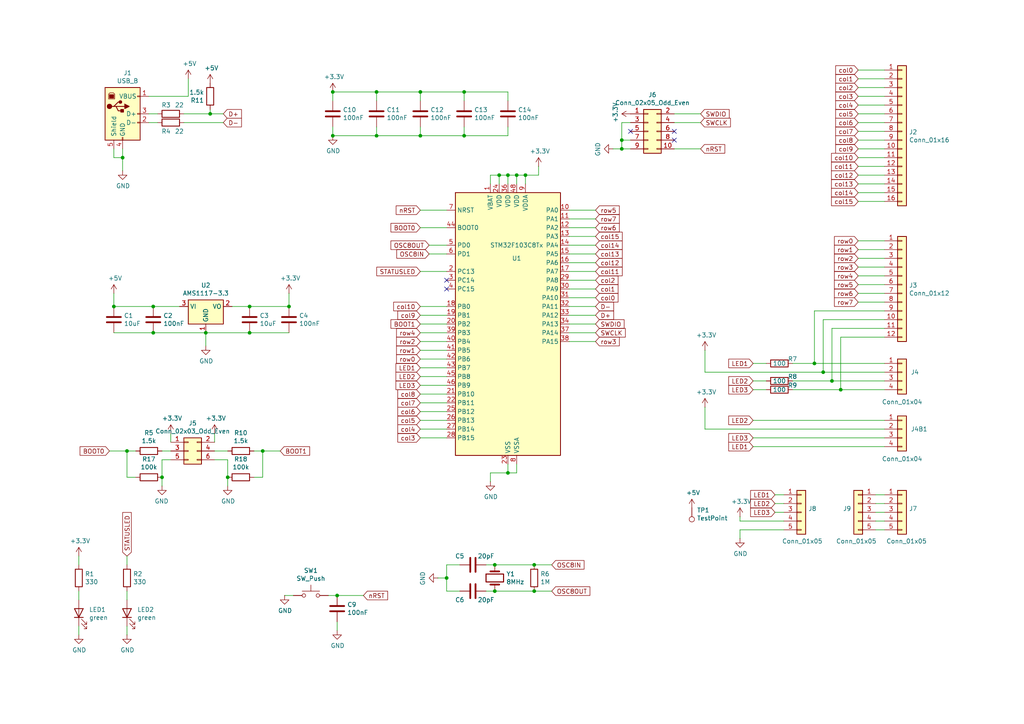
<source format=kicad_sch>
(kicad_sch (version 20231120) (generator "eeschema") (generator_version "8.0")
  (paper "A4")
  (title_block (title "Model H Remix") (date "2025-03-02") (rev "1.0"))
  (lib_symbols
    (symbol "Connector:TestPoint" (pin_numbers hide) (pin_names (offset 0.762) hide)
      (property "Reference" "TP" (at 0 6.858 0))
      (property "Value" "TestPoint" (at 0 5.08 0))
      (symbol "TestPoint_1_1"
        (pin passive line (at 0 0 90) (length 2.54) (name "1") (number "1"))
      )
    )
    (symbol "Connector:USB_B" (pin_names (offset 1.016))
      (property "Reference" "J" (at -5.08 11.43 0))
      (property "Value" "USB_B" (at -5.08 8.89 0))
      (symbol "USB_B_1_1"
        (pin power_out line (at 7.62 5.08 180) (length 2.54) (name "VBUS") (number "1"))
        (pin bidirectional line (at 7.62 -2.54 180) (length 2.54) (name "D-") (number "2"))
        (pin bidirectional line (at 7.62 0 180) (length 2.54) (name "D+") (number "3"))
        (pin power_out line (at 0 -10.16 90) (length 2.54) (name "GND") (number "4"))
        (pin passive line (at -2.54 -10.16 90) (length 2.54) (name "Shield") (number "5"))
      )
    )
    (symbol "Connector_Generic:Conn_01x04" (pin_names (offset 1.016) hide)
      (property "Reference" "J" (at 0 5.08 0))
      (property "Value" "Conn_01x04" (at 0 -7.62 0))
      (symbol "Conn_01x04_1_1"
        (pin passive line (at -5.08 2.54 0) (length 3.81) (name "Pin_1") (number "1"))
        (pin passive line (at -5.08 0 0) (length 3.81) (name "Pin_2") (number "2"))
        (pin passive line (at -5.08 -2.54 0) (length 3.81) (name "Pin_3") (number "3"))
        (pin passive line (at -5.08 -5.08 0) (length 3.81) (name "Pin_4") (number "4"))
      )
    )
    (symbol "Connector_Generic:Conn_01x05" (pin_names (offset 1.016) hide)
      (property "Reference" "J" (at 0 7.62 0))
      (property "Value" "Conn_01x05" (at 0 -7.62 0))
      (symbol "Conn_01x05_1_1"
        (pin passive line (at -5.08 5.08 0) (length 3.81) (name "Pin_1") (number "1"))
        (pin passive line (at -5.08 2.54 0) (length 3.81) (name "Pin_2") (number "2"))
        (pin passive line (at -5.08 0 0) (length 3.81) (name "Pin_3") (number "3"))
        (pin passive line (at -5.08 -2.54 0) (length 3.81) (name "Pin_4") (number "4"))
        (pin passive line (at -5.08 -5.08 0) (length 3.81) (name "Pin_5") (number "5"))
      )
    )
    (symbol "Connector_Generic:Conn_01x12" (pin_names (offset 1.016) hide)
      (property "Reference" "J" (at 0 15.24 0))
      (property "Value" "Conn_01x12" (at 0 -17.78 0))
      (symbol "Conn_01x12_1_1"
        (pin passive line (at -5.08 12.7 0) (length 3.81) (name "Pin_1") (number "1"))
        (pin passive line (at -5.08 -10.16 0) (length 3.81) (name "Pin_10") (number "10"))
        (pin passive line (at -5.08 -12.7 0) (length 3.81) (name "Pin_11") (number "11"))
        (pin passive line (at -5.08 -15.24 0) (length 3.81) (name "Pin_12") (number "12"))
        (pin passive line (at -5.08 10.16 0) (length 3.81) (name "Pin_2") (number "2"))
        (pin passive line (at -5.08 7.62 0) (length 3.81) (name "Pin_3") (number "3"))
        (pin passive line (at -5.08 5.08 0) (length 3.81) (name "Pin_4") (number "4"))
        (pin passive line (at -5.08 2.54 0) (length 3.81) (name "Pin_5") (number "5"))
        (pin passive line (at -5.08 0 0) (length 3.81) (name "Pin_6") (number "6"))
        (pin passive line (at -5.08 -2.54 0) (length 3.81) (name "Pin_7") (number "7"))
        (pin passive line (at -5.08 -5.08 0) (length 3.81) (name "Pin_8") (number "8"))
        (pin passive line (at -5.08 -7.62 0) (length 3.81) (name "Pin_9") (number "9"))
      )
    )
    (symbol "Connector_Generic:Conn_01x16" (pin_names (offset 1.016) hide)
      (property "Reference" "J" (at 0 20.32 0))
      (property "Value" "Conn_01x16" (at 0 -22.86 0))
      (symbol "Conn_01x16_1_1"
        (pin passive line (at -5.08 17.78 0) (length 3.81) (name "Pin_1") (number "1"))
        (pin passive line (at -5.08 -5.08 0) (length 3.81) (name "Pin_10") (number "10"))
        (pin passive line (at -5.08 -7.62 0) (length 3.81) (name "Pin_11") (number "11"))
        (pin passive line (at -5.08 -10.16 0) (length 3.81) (name "Pin_12") (number "12"))
        (pin passive line (at -5.08 -12.7 0) (length 3.81) (name "Pin_13") (number "13"))
        (pin passive line (at -5.08 -15.24 0) (length 3.81) (name "Pin_14") (number "14"))
        (pin passive line (at -5.08 -17.78 0) (length 3.81) (name "Pin_15") (number "15"))
        (pin passive line (at -5.08 -20.32 0) (length 3.81) (name "Pin_16") (number "16"))
        (pin passive line (at -5.08 15.24 0) (length 3.81) (name "Pin_2") (number "2"))
        (pin passive line (at -5.08 12.7 0) (length 3.81) (name "Pin_3") (number "3"))
        (pin passive line (at -5.08 10.16 0) (length 3.81) (name "Pin_4") (number "4"))
        (pin passive line (at -5.08 7.62 0) (length 3.81) (name "Pin_5") (number "5"))
        (pin passive line (at -5.08 5.08 0) (length 3.81) (name "Pin_6") (number "6"))
        (pin passive line (at -5.08 2.54 0) (length 3.81) (name "Pin_7") (number "7"))
        (pin passive line (at -5.08 0 0) (length 3.81) (name "Pin_8") (number "8"))
        (pin passive line (at -5.08 -2.54 0) (length 3.81) (name "Pin_9") (number "9"))
      )
    )
    (symbol "Connector_Generic:Conn_02x03_Odd_Even" (pin_names (offset 1.016) hide)
      (property "Reference" "J" (at 1.27 5.08 0))
      (property "Value" "Conn_02x03_Odd_Even" (at 1.27 -5.08 0))
      (symbol "Conn_02x03_Odd_Even_1_1"
        (pin passive line (at -5.08 2.54 0) (length 3.81) (name "Pin_1") (number "1"))
        (pin passive line (at 7.62 2.54 180) (length 3.81) (name "Pin_2") (number "2"))
        (pin passive line (at -5.08 0 0) (length 3.81) (name "Pin_3") (number "3"))
        (pin passive line (at 7.62 0 180) (length 3.81) (name "Pin_4") (number "4"))
        (pin passive line (at -5.08 -2.54 0) (length 3.81) (name "Pin_5") (number "5"))
        (pin passive line (at 7.62 -2.54 180) (length 3.81) (name "Pin_6") (number "6"))
      )
    )
    (symbol "Connector_Generic:Conn_02x05_Odd_Even" (pin_names (offset 1.016) hide)
      (property "Reference" "J" (at 1.27 7.62 0))
      (property "Value" "Conn_02x05_Odd_Even" (at 1.27 -7.62 0))
      (symbol "Conn_02x05_Odd_Even_1_1"
        (pin passive line (at -5.08 5.08 0) (length 3.81) (name "Pin_1") (number "1"))
        (pin passive line (at 7.62 -5.08 180) (length 3.81) (name "Pin_10") (number "10"))
        (pin passive line (at 7.62 5.08 180) (length 3.81) (name "Pin_2") (number "2"))
        (pin passive line (at -5.08 2.54 0) (length 3.81) (name "Pin_3") (number "3"))
        (pin passive line (at 7.62 2.54 180) (length 3.81) (name "Pin_4") (number "4"))
        (pin passive line (at -5.08 0 0) (length 3.81) (name "Pin_5") (number "5"))
        (pin passive line (at 7.62 0 180) (length 3.81) (name "Pin_6") (number "6"))
        (pin passive line (at -5.08 -2.54 0) (length 3.81) (name "Pin_7") (number "7"))
        (pin passive line (at 7.62 -2.54 180) (length 3.81) (name "Pin_8") (number "8"))
        (pin passive line (at -5.08 -5.08 0) (length 3.81) (name "Pin_9") (number "9"))
      )
    )
    (symbol "Device:C" (pin_numbers hide) (pin_names (offset 0.254))
      (property "Reference" "C" (at 0.635 2.54 0))
      (property "Value" "C" (at 0.635 -2.54 0))
      (symbol "C_1_1"
        (pin passive line (at 0 3.81 270) (length 2.794) (name "~") (number "1"))
        (pin passive line (at 0 -3.81 90) (length 2.794) (name "~") (number "2"))
      )
    )
    (symbol "Device:Crystal" (pin_numbers hide) (pin_names (offset 1.016) hide)
      (property "Reference" "Y" (at 0 3.81 0))
      (property "Value" "Crystal" (at 0 -3.81 0))
      (symbol "Crystal_1_1"
        (pin passive line (at -3.81 0 0) (length 1.27) (name "1") (number "1"))
        (pin passive line (at 3.81 0 180) (length 1.27) (name "2") (number "2"))
      )
    )
    (symbol "Device:LED" (pin_numbers hide) (pin_names (offset 1.016) hide)
      (property "Reference" "D" (at 0 2.54 0))
      (property "Value" "LED" (at 0 -2.54 0))
      (symbol "LED_1_1"
        (pin passive line (at -3.81 0 0) (length 2.54) (name "K") (number "1"))
        (pin passive line (at 3.81 0 180) (length 2.54) (name "A") (number "2"))
      )
    )
    (symbol "Device:R" (pin_numbers hide) (pin_names (offset 0))
      (property "Reference" "R" (at 2.032 0 90))
      (property "Value" "R" (at 0 0 90))
      (symbol "R_1_1"
        (pin passive line (at 0 3.81 270) (length 1.27) (name "~") (number "1"))
        (pin passive line (at 0 -3.81 90) (length 1.27) (name "~") (number "2"))
      )
    )
    (symbol "MCU_ST_STM32F1:STM32F103C8Tx"
      (property "Reference" "U" (at -15.24 39.37 0))
      (property "Value" "STM32F103C8Tx" (at 7.62 39.37 0))
      (symbol "STM32F103C8Tx_1_1"
        (pin power_in line (at -5.08 40.64 270) (length 2.54) (name "VBAT") (number "1"))
        (pin bidirectional line (at 17.78 33.02 180) (length 2.54) (name "PA0") (number "10"))
        (pin bidirectional line (at 17.78 30.48 180) (length 2.54) (name "PA1") (number "11"))
        (pin bidirectional line (at 17.78 27.94 180) (length 2.54) (name "PA2") (number "12"))
        (pin bidirectional line (at 17.78 25.4 180) (length 2.54) (name "PA3") (number "13"))
        (pin bidirectional line (at 17.78 22.86 180) (length 2.54) (name "PA4") (number "14"))
        (pin bidirectional line (at 17.78 20.32 180) (length 2.54) (name "PA5") (number "15"))
        (pin bidirectional line (at 17.78 17.78 180) (length 2.54) (name "PA6") (number "16"))
        (pin bidirectional line (at 17.78 15.24 180) (length 2.54) (name "PA7") (number "17"))
        (pin bidirectional line (at -17.78 5.08 0) (length 2.54) (name "PB0") (number "18"))
        (pin bidirectional line (at -17.78 2.54 0) (length 2.54) (name "PB1") (number "19"))
        (pin bidirectional line (at -17.78 15.24 0) (length 2.54) (name "PC13") (number "2"))
        (pin bidirectional line (at -17.78 0 0) (length 2.54) (name "PB2") (number "20"))
        (pin bidirectional line (at -17.78 -20.32 0) (length 2.54) (name "PB10") (number "21"))
        (pin bidirectional line (at -17.78 -22.86 0) (length 2.54) (name "PB11") (number "22"))
        (pin power_in line (at 0 -40.64 90) (length 2.54) (name "VSS") (number "23"))
        (pin power_in line (at -2.54 40.64 270) (length 2.54) (name "VDD") (number "24"))
        (pin bidirectional line (at -17.78 -25.4 0) (length 2.54) (name "PB12") (number "25"))
        (pin bidirectional line (at -17.78 -27.94 0) (length 2.54) (name "PB13") (number "26"))
        (pin bidirectional line (at -17.78 -30.48 0) (length 2.54) (name "PB14") (number "27"))
        (pin bidirectional line (at -17.78 -33.02 0) (length 2.54) (name "PB15") (number "28"))
        (pin bidirectional line (at 17.78 12.7 180) (length 2.54) (name "PA8") (number "29"))
        (pin bidirectional line (at -17.78 12.7 0) (length 2.54) (name "PC14") (number "3"))
        (pin bidirectional line (at 17.78 10.16 180) (length 2.54) (name "PA9") (number "30"))
        (pin bidirectional line (at 17.78 7.62 180) (length 2.54) (name "PA10") (number "31"))
        (pin bidirectional line (at 17.78 5.08 180) (length 2.54) (name "PA11") (number "32"))
        (pin bidirectional line (at 17.78 2.54 180) (length 2.54) (name "PA12") (number "33"))
        (pin bidirectional line (at 17.78 0 180) (length 2.54) (name "PA13") (number "34"))
        (pin passive line (at 0 -40.64 90) (length 2.54) hide (name "VSS") (number "35"))
        (pin power_in line (at 0 40.64 270) (length 2.54) (name "VDD") (number "36"))
        (pin bidirectional line (at 17.78 -2.54 180) (length 2.54) (name "PA14") (number "37"))
        (pin bidirectional line (at 17.78 -5.08 180) (length 2.54) (name "PA15") (number "38"))
        (pin bidirectional line (at -17.78 -2.54 0) (length 2.54) (name "PB3") (number "39"))
        (pin bidirectional line (at -17.78 10.16 0) (length 2.54) (name "PC15") (number "4"))
        (pin bidirectional line (at -17.78 -5.08 0) (length 2.54) (name "PB4") (number "40"))
        (pin bidirectional line (at -17.78 -7.62 0) (length 2.54) (name "PB5") (number "41"))
        (pin bidirectional line (at -17.78 -10.16 0) (length 2.54) (name "PB6") (number "42"))
        (pin bidirectional line (at -17.78 -12.7 0) (length 2.54) (name "PB7") (number "43"))
        (pin input line (at -17.78 27.94 0) (length 2.54) (name "BOOT0") (number "44"))
        (pin bidirectional line (at -17.78 -15.24 0) (length 2.54) (name "PB8") (number "45"))
        (pin bidirectional line (at -17.78 -17.78 0) (length 2.54) (name "PB9") (number "46"))
        (pin passive line (at 0 -40.64 90) (length 2.54) hide (name "VSS") (number "47"))
        (pin power_in line (at 2.54 40.64 270) (length 2.54) (name "VDD") (number "48"))
        (pin bidirectional line (at -17.78 22.86 0) (length 2.54) (name "PD0") (number "5"))
        (pin bidirectional line (at -17.78 20.32 0) (length 2.54) (name "PD1") (number "6"))
        (pin input line (at -17.78 33.02 0) (length 2.54) (name "NRST") (number "7"))
        (pin power_in line (at 2.54 -40.64 90) (length 2.54) (name "VSSA") (number "8"))
        (pin power_in line (at 5.08 40.64 270) (length 2.54) (name "VDDA") (number "9"))
      )
    )
    (symbol "Regulator_Linear:AMS1117-3.3"
      (property "Reference" "U" (at -3.81 3.175 0))
      (property "Value" "AMS1117-3.3" (at 0 3.175 0))
      (symbol "AMS1117-3.3_1_1"
        (pin power_in line (at 0 -7.62 90) (length 2.54) (name "GND") (number "1"))
        (pin power_out line (at 7.62 0 180) (length 2.54) (name "VO") (number "2"))
        (pin power_in line (at -7.62 0 0) (length 2.54) (name "VI") (number "3"))
      )
    )
    (symbol "Switch:SW_Push" (pin_numbers hide) (pin_names (offset 1.016) hide)
      (property "Reference" "SW" (at 1.27 2.54 0))
      (property "Value" "SW_Push" (at 0 -1.524 0))
      (symbol "SW_Push_0_1"
        (pin passive line (at -5.08 0 0) (length 2.54) (name "1") (number "1"))
        (pin passive line (at 5.08 0 180) (length 2.54) (name "2") (number "2"))
      )
    )
    (symbol "power:+3.3V" (power) (pin_numbers hide) (pin_names (offset 0) hide)
      (property "Value" "+3.3V" (at 0 3.556 0))
      (symbol "+3.3V_1_1"
        (pin power_in line (at 0 0 90) (length 0) (name "~") (number "1"))
      )
    )
    (symbol "power:+5V" (power) (pin_numbers hide) (pin_names (offset 0) hide)
      (property "Value" "+5V" (at 0 3.556 0))
      (symbol "+5V_1_1"
        (pin power_in line (at 0 0 90) (length 0) (name "~") (number "1"))
      )
    )
    (symbol "power:GND" (power) (pin_numbers hide) (pin_names (offset 0) hide)
      (property "Value" "GND" (at 0 -3.81 0))
      (symbol "GND_1_1"
        (pin power_in line (at 0 0 270) (length 0) (name "~") (number "1"))
      )
    )
  )
  (junction (at 96.52 26.67))
  (junction (at 33.02 88.9))
  (junction (at 134.62 26.67))
  (junction (at 121.92 26.67))
  (junction (at 97.79 172.72))
  (junction (at 36.83 130.81))
  (junction (at 35.56 45.72))
  (junction (at 143.51 171.45))
  (junction (at 143.51 163.83))
  (junction (at 154.94 171.45))
  (junction (at 44.45 96.52))
  (junction (at 46.99 138.43))
  (junction (at 243.84 113.03))
  (junction (at 147.32 137.16))
  (junction (at 44.45 88.9))
  (junction (at 149.86 50.8))
  (junction (at 83.82 88.9))
  (junction (at 241.3 110.49))
  (junction (at 72.39 88.9))
  (junction (at 66.04 138.43))
  (junction (at 180.34 43.18))
  (junction (at 147.32 50.8))
  (junction (at 59.69 96.52))
  (junction (at 144.78 50.8))
  (junction (at 134.62 39.37))
  (junction (at 72.39 96.52))
  (junction (at 109.22 26.67))
  (junction (at 121.92 39.37))
  (junction (at 96.52 39.37))
  (junction (at 238.76 107.95))
  (junction (at 152.4 50.8))
  (junction (at 129.54 167.64))
  (junction (at 180.34 40.64))
  (junction (at 60.96 33.02))
  (junction (at 76.2 130.81))
  (junction (at 236.22 105.41))
  (junction (at 109.22 39.37))
  (junction (at 154.94 163.83))
  (no_connect (at 129.54 83.82))
  (no_connect (at 129.54 81.28))
  (no_connect (at 195.58 40.64))
  (no_connect (at 195.58 38.1))
  (no_connect (at 182.88 38.1))
  (wire (pts (xy 46.99 140.97) (xy 46.99 138.43)))
  (wire (pts (xy 121.92 91.44) (xy 129.54 91.44)))
  (wire (pts (xy 165.1 76.2) (xy 172.72 76.2)))
  (wire (pts (xy 121.92 36.83) (xy 121.92 39.37)))
  (wire (pts (xy 241.3 95.25) (xy 241.3 110.49)))
  (wire (pts (xy 49.53 130.81) (xy 46.99 130.81)))
  (wire (pts (xy 121.92 39.37) (xy 109.22 39.37)))
  (wire (pts (xy 248.92 53.34) (xy 256.54 53.34)))
  (wire (pts (xy 22.86 163.83) (xy 22.86 161.29)))
  (wire (pts (xy 97.79 172.72) (xy 95.25 172.72)))
  (wire (pts (xy 256.54 35.56) (xy 248.92 35.56)))
  (wire (pts (xy 203.2 35.56) (xy 195.58 35.56)))
  (wire (pts (xy 165.1 71.12) (xy 172.72 71.12)))
  (wire (pts (xy 72.39 88.9) (xy 83.82 88.9)))
  (wire (pts (xy 172.72 60.96) (xy 165.1 60.96)))
  (wire (pts (xy 256.54 20.32) (xy 248.92 20.32)))
  (wire (pts (xy 134.62 36.83) (xy 134.62 39.37)))
  (wire (pts (xy 127 167.64) (xy 129.54 167.64)))
  (wire (pts (xy 256.54 153.67) (xy 254 153.67)))
  (wire (pts (xy 165.1 86.36) (xy 172.72 86.36)))
  (wire (pts (xy 64.77 33.02) (xy 60.96 33.02)))
  (wire (pts (xy 256.54 80.01) (xy 248.92 80.01)))
  (wire (pts (xy 121.92 101.6) (xy 129.54 101.6)))
  (wire (pts (xy 149.86 137.16) (xy 147.32 137.16)))
  (wire (pts (xy 180.34 40.64) (xy 180.34 43.18)))
  (wire (pts (xy 62.23 130.81) (xy 66.04 130.81)))
  (wire (pts (xy 248.92 38.1) (xy 256.54 38.1)))
  (wire (pts (xy 124.46 71.12) (xy 129.54 71.12)))
  (wire (pts (xy 144.78 50.8) (xy 147.32 50.8)))
  (wire (pts (xy 248.92 27.94) (xy 256.54 27.94)))
  (wire (pts (xy 152.4 50.8) (xy 156.21 50.8)))
  (wire (pts (xy 129.54 104.14) (xy 121.92 104.14)))
  (wire (pts (xy 67.31 88.9) (xy 72.39 88.9)))
  (wire (pts (xy 243.84 113.03) (xy 256.54 113.03)))
  (wire (pts (xy 218.44 113.03) (xy 222.25 113.03)))
  (wire (pts (xy 241.3 110.49) (xy 256.54 110.49)))
  (wire (pts (xy 160.02 163.83) (xy 154.94 163.83)))
  (wire (pts (xy 147.32 26.67) (xy 134.62 26.67)))
  (wire (pts (xy 256.54 69.85) (xy 248.92 69.85)))
  (wire (pts (xy 149.86 50.8) (xy 149.86 53.34)))
  (wire (pts (xy 256.54 25.4) (xy 248.92 25.4)))
  (wire (pts (xy 96.52 39.37) (xy 96.52 36.83)))
  (wire (pts (xy 147.32 134.62) (xy 147.32 137.16)))
  (wire (pts (xy 214.63 153.67) (xy 227.33 153.67)))
  (wire (pts (xy 204.47 124.46) (xy 256.54 124.46)))
  (wire (pts (xy 160.02 171.45) (xy 154.94 171.45)))
  (wire (pts (xy 97.79 182.88) (xy 97.79 180.34)))
  (wire (pts (xy 218.44 110.49) (xy 222.25 110.49)))
  (wire (pts (xy 109.22 36.83) (xy 109.22 39.37)))
  (wire (pts (xy 195.58 43.18) (xy 203.2 43.18)))
  (wire (pts (xy 129.54 171.45) (xy 133.35 171.45)))
  (wire (pts (xy 165.1 63.5) (xy 172.72 63.5)))
  (wire (pts (xy 256.54 40.64) (xy 248.92 40.64)))
  (wire (pts (xy 36.83 130.81) (xy 31.75 130.81)))
  (wire (pts (xy 172.72 83.82) (xy 165.1 83.82)))
  (wire (pts (xy 39.37 130.81) (xy 36.83 130.81)))
  (wire (pts (xy 256.54 45.72) (xy 248.92 45.72)))
  (wire (pts (xy 121.92 121.92) (xy 129.54 121.92)))
  (wire (pts (xy 165.1 81.28) (xy 172.72 81.28)))
  (wire (pts (xy 218.44 129.54) (xy 256.54 129.54)))
  (wire (pts (xy 52.07 88.9) (xy 44.45 88.9)))
  (wire (pts (xy 243.84 97.79) (xy 256.54 97.79)))
  (wire (pts (xy 129.54 93.98) (xy 121.92 93.98)))
  (wire (pts (xy 243.84 97.79) (xy 243.84 113.03)))
  (wire (pts (xy 85.09 172.72) (xy 82.55 172.72)))
  (wire (pts (xy 204.47 118.11) (xy 204.47 124.46)))
  (wire (pts (xy 236.22 90.17) (xy 256.54 90.17)))
  (wire (pts (xy 73.66 130.81) (xy 76.2 130.81)))
  (wire (pts (xy 96.52 26.67) (xy 96.52 29.21)))
  (wire (pts (xy 218.44 127) (xy 256.54 127)))
  (wire (pts (xy 165.1 68.58) (xy 172.72 68.58)))
  (wire (pts (xy 236.22 90.17) (xy 236.22 105.41)))
  (wire (pts (xy 172.72 99.06) (xy 165.1 99.06)))
  (wire (pts (xy 109.22 26.67) (xy 109.22 29.21)))
  (wire (pts (xy 248.92 33.02) (xy 256.54 33.02)))
  (wire (pts (xy 256.54 50.8) (xy 248.92 50.8)))
  (wire (pts (xy 227.33 143.51) (xy 224.79 143.51)))
  (wire (pts (xy 43.18 33.02) (xy 45.72 33.02)))
  (wire (pts (xy 59.69 96.52) (xy 72.39 96.52)))
  (wire (pts (xy 256.54 74.93) (xy 248.92 74.93)))
  (wire (pts (xy 124.46 73.66) (xy 129.54 73.66)))
  (wire (pts (xy 129.54 78.74) (xy 121.92 78.74)))
  (wire (pts (xy 129.54 99.06) (xy 121.92 99.06)))
  (wire (pts (xy 182.88 40.64) (xy 180.34 40.64)))
  (wire (pts (xy 256.54 30.48) (xy 248.92 30.48)))
  (wire (pts (xy 134.62 29.21) (xy 134.62 26.67)))
  (wire (pts (xy 121.92 111.76) (xy 129.54 111.76)))
  (wire (pts (xy 142.24 137.16) (xy 147.32 137.16)))
  (wire (pts (xy 256.54 55.88) (xy 248.92 55.88)))
  (wire (pts (xy 121.92 127) (xy 129.54 127)))
  (wire (pts (xy 147.32 36.83) (xy 147.32 39.37)))
  (wire (pts (xy 229.87 110.49) (xy 241.3 110.49)))
  (wire (pts (xy 156.21 50.8) (xy 156.21 48.26)))
  (wire (pts (xy 147.32 39.37) (xy 134.62 39.37)))
  (wire (pts (xy 36.83 184.15) (xy 36.83 181.61)))
  (wire (pts (xy 142.24 50.8) (xy 144.78 50.8)))
  (wire (pts (xy 182.88 35.56) (xy 180.34 35.56)))
  (wire (pts (xy 129.54 163.83) (xy 129.54 167.64)))
  (wire (pts (xy 238.76 92.71) (xy 256.54 92.71)))
  (wire (pts (xy 33.02 88.9) (xy 44.45 88.9)))
  (wire (pts (xy 172.72 96.52) (xy 165.1 96.52)))
  (wire (pts (xy 39.37 138.43) (xy 36.83 138.43)))
  (wire (pts (xy 54.61 27.94) (xy 54.61 22.86)))
  (wire (pts (xy 36.83 173.99) (xy 36.83 171.45)))
  (wire (pts (xy 152.4 50.8) (xy 152.4 53.34)))
  (wire (pts (xy 59.69 100.33) (xy 59.69 96.52)))
  (wire (pts (xy 147.32 50.8) (xy 149.86 50.8)))
  (wire (pts (xy 214.63 153.67) (xy 214.63 156.21)))
  (wire (pts (xy 147.32 29.21) (xy 147.32 26.67)))
  (wire (pts (xy 129.54 109.22) (xy 121.92 109.22)))
  (wire (pts (xy 227.33 146.05) (xy 224.79 146.05)))
  (wire (pts (xy 154.94 163.83) (xy 143.51 163.83)))
  (wire (pts (xy 129.54 60.96) (xy 121.92 60.96)))
  (wire (pts (xy 121.92 106.68) (xy 129.54 106.68)))
  (wire (pts (xy 154.94 171.45) (xy 143.51 171.45)))
  (wire (pts (xy 66.04 140.97) (xy 66.04 138.43)))
  (wire (pts (xy 218.44 121.92) (xy 256.54 121.92)))
  (wire (pts (xy 134.62 26.67) (xy 121.92 26.67)))
  (wire (pts (xy 214.63 151.13) (xy 227.33 151.13)))
  (wire (pts (xy 172.72 66.04) (xy 165.1 66.04)))
  (wire (pts (xy 238.76 107.95) (xy 256.54 107.95)))
  (wire (pts (xy 60.96 33.02) (xy 60.96 31.75)))
  (wire (pts (xy 172.72 73.66) (xy 165.1 73.66)))
  (wire (pts (xy 49.53 128.27) (xy 49.53 125.73)))
  (wire (pts (xy 105.41 172.72) (xy 97.79 172.72)))
  (wire (pts (xy 44.45 96.52) (xy 33.02 96.52)))
  (wire (pts (xy 214.63 151.13) (xy 214.63 149.86)))
  (wire (pts (xy 204.47 107.95) (xy 238.76 107.95)))
  (wire (pts (xy 129.54 124.46) (xy 121.92 124.46)))
  (wire (pts (xy 182.88 43.18) (xy 180.34 43.18)))
  (wire (pts (xy 248.92 58.42) (xy 256.54 58.42)))
  (wire (pts (xy 229.87 105.41) (xy 236.22 105.41)))
  (wire (pts (xy 165.1 91.44) (xy 172.72 91.44)))
  (wire (pts (xy 62.23 128.27) (xy 62.23 125.73)))
  (wire (pts (xy 248.92 82.55) (xy 256.54 82.55)))
  (wire (pts (xy 229.87 113.03) (xy 243.84 113.03)))
  (wire (pts (xy 36.83 163.83) (xy 36.83 161.29)))
  (wire (pts (xy 238.76 92.71) (xy 238.76 107.95)))
  (wire (pts (xy 109.22 26.67) (xy 96.52 26.67)))
  (wire (pts (xy 121.92 116.84) (xy 129.54 116.84)))
  (wire (pts (xy 73.66 138.43) (xy 76.2 138.43)))
  (wire (pts (xy 129.54 114.3) (xy 121.92 114.3)))
  (wire (pts (xy 149.86 50.8) (xy 152.4 50.8)))
  (wire (pts (xy 43.18 27.94) (xy 54.61 27.94)))
  (wire (pts (xy 83.82 88.9) (xy 83.82 85.09)))
  (wire (pts (xy 134.62 39.37) (xy 121.92 39.37)))
  (wire (pts (xy 129.54 66.04) (xy 121.92 66.04)))
  (wire (pts (xy 180.34 35.56) (xy 180.34 40.64)))
  (wire (pts (xy 195.58 33.02) (xy 203.2 33.02)))
  (wire (pts (xy 46.99 133.35) (xy 49.53 133.35)))
  (wire (pts (xy 142.24 50.8) (xy 142.24 53.34)))
  (wire (pts (xy 241.3 95.25) (xy 256.54 95.25)))
  (wire (pts (xy 256.54 143.51) (xy 254 143.51)))
  (wire (pts (xy 142.24 137.16) (xy 142.24 139.7)))
  (wire (pts (xy 180.34 43.18) (xy 177.8 43.18)))
  (wire (pts (xy 256.54 146.05) (xy 254 146.05)))
  (wire (pts (xy 129.54 96.52) (xy 121.92 96.52)))
  (wire (pts (xy 165.1 93.98) (xy 172.72 93.98)))
  (wire (pts (xy 254 148.59) (xy 256.54 148.59)))
  (wire (pts (xy 144.78 50.8) (xy 144.78 53.34)))
  (wire (pts (xy 140.97 171.45) (xy 143.51 171.45)))
  (wire (pts (xy 172.72 78.74) (xy 165.1 78.74)))
  (wire (pts (xy 109.22 39.37) (xy 96.52 39.37)))
  (wire (pts (xy 248.92 72.39) (xy 256.54 72.39)))
  (wire (pts (xy 256.54 151.13) (xy 254 151.13)))
  (wire (pts (xy 248.92 43.18) (xy 256.54 43.18)))
  (wire (pts (xy 64.77 35.56) (xy 53.34 35.56)))
  (wire (pts (xy 35.56 45.72) (xy 35.56 43.18)))
  (wire (pts (xy 218.44 105.41) (xy 222.25 105.41)))
  (wire (pts (xy 121.92 26.67) (xy 109.22 26.67)))
  (wire (pts (xy 236.22 105.41) (xy 256.54 105.41)))
  (wire (pts (xy 76.2 130.81) (xy 81.28 130.81)))
  (wire (pts (xy 35.56 49.53) (xy 35.56 45.72)))
  (wire (pts (xy 129.54 119.38) (xy 121.92 119.38)))
  (wire (pts (xy 22.86 173.99) (xy 22.86 171.45)))
  (wire (pts (xy 76.2 138.43) (xy 76.2 130.81)))
  (wire (pts (xy 43.18 35.56) (xy 45.72 35.56)))
  (wire (pts (xy 248.92 48.26) (xy 256.54 48.26)))
  (wire (pts (xy 83.82 96.52) (xy 72.39 96.52)))
  (wire (pts (xy 46.99 138.43) (xy 46.99 133.35)))
  (wire (pts (xy 224.79 148.59) (xy 227.33 148.59)))
  (wire (pts (xy 36.83 138.43) (xy 36.83 130.81)))
  (wire (pts (xy 147.32 50.8) (xy 147.32 53.34)))
  (wire (pts (xy 33.02 88.9) (xy 33.02 85.09)))
  (wire (pts (xy 248.92 87.63) (xy 256.54 87.63)))
  (wire (pts (xy 66.04 133.35) (xy 66.04 138.43)))
  (wire (pts (xy 59.69 96.52) (xy 44.45 96.52)))
  (wire (pts (xy 149.86 134.62) (xy 149.86 137.16)))
  (wire (pts (xy 256.54 85.09) (xy 248.92 85.09)))
  (wire (pts (xy 248.92 22.86) (xy 256.54 22.86)))
  (wire (pts (xy 133.35 163.83) (xy 129.54 163.83)))
  (wire (pts (xy 248.92 77.47) (xy 256.54 77.47)))
  (wire (pts (xy 129.54 167.64) (xy 129.54 171.45)))
  (wire (pts (xy 129.54 88.9) (xy 121.92 88.9)))
  (wire (pts (xy 33.02 43.18) (xy 33.02 45.72)))
  (wire (pts (xy 140.97 163.83) (xy 143.51 163.83)))
  (wire (pts (xy 172.72 88.9) (xy 165.1 88.9)))
  (wire (pts (xy 62.23 133.35) (xy 66.04 133.35)))
  (wire (pts (xy 33.02 45.72) (xy 35.56 45.72)))
  (wire (pts (xy 204.47 101.6) (xy 204.47 107.95)))
  (wire (pts (xy 22.86 184.15) (xy 22.86 181.61)))
  (wire (pts (xy 60.96 33.02) (xy 53.34 33.02)))
  (wire (pts (xy 121.92 29.21) (xy 121.92 26.67)))
  (global_label "row1" (shape input) (at 248.92 72.39 180) (property "Intersheetrefs" "${INTERSHEET_REFS}" (effects (hide yes))))
  (global_label "col11" (shape input) (at 172.72 78.74 0) (property "Intersheetrefs" "${INTERSHEET_REFS}" (effects (hide yes))))
  (global_label "col10" (shape input) (at 121.92 88.9 180) (property "Intersheetrefs" "${INTERSHEET_REFS}" (effects (hide yes))))
  (global_label "row0" (shape input) (at 121.92 104.14 180) (property "Intersheetrefs" "${INTERSHEET_REFS}" (effects (hide yes))))
  (global_label "col0" (shape input) (at 172.72 86.36 0) (property "Intersheetrefs" "${INTERSHEET_REFS}" (effects (hide yes))))
  (global_label "LED1" (shape input) (at 224.79 143.51 180) (property "Intersheetrefs" "${INTERSHEET_REFS}" (effects (hide yes))))
  (global_label "BOOT1" (shape input) (at 81.28 130.81 0) (property "Intersheetrefs" "${INTERSHEET_REFS}" (effects (hide yes))))
  (global_label "row0" (shape input) (at 248.92 69.85 180) (property "Intersheetrefs" "${INTERSHEET_REFS}" (effects (hide yes))))
  (global_label "SWDIO" (shape input) (at 172.72 93.98 0) (property "Intersheetrefs" "${INTERSHEET_REFS}" (effects (hide yes))))
  (global_label "col7" (shape input) (at 248.92 38.1 180) (property "Intersheetrefs" "${INTERSHEET_REFS}" (effects (hide yes))))
  (global_label "col12" (shape input) (at 248.92 50.8 180) (property "Intersheetrefs" "${INTERSHEET_REFS}" (effects (hide yes))))
  (global_label "LED3" (shape input) (at 224.79 148.59 180) (property "Intersheetrefs" "${INTERSHEET_REFS}" (effects (hide yes))))
  (global_label "col0" (shape input) (at 248.92 20.32 180) (property "Intersheetrefs" "${INTERSHEET_REFS}" (effects (hide yes))))
  (global_label "col2" (shape input) (at 248.92 25.4 180) (property "Intersheetrefs" "${INTERSHEET_REFS}" (effects (hide yes))))
  (global_label "LED2" (shape input) (at 224.79 146.05 180) (property "Intersheetrefs" "${INTERSHEET_REFS}" (effects (hide yes))))
  (global_label "col4" (shape input) (at 121.92 124.46 180) (property "Intersheetrefs" "${INTERSHEET_REFS}" (effects (hide yes))))
  (global_label "col15" (shape input) (at 172.72 68.58 0) (property "Intersheetrefs" "${INTERSHEET_REFS}" (effects (hide yes))))
  (global_label "row6" (shape input) (at 172.72 66.04 0) (property "Intersheetrefs" "${INTERSHEET_REFS}" (effects (hide yes))))
  (global_label "col9" (shape input) (at 121.92 91.44 180) (property "Intersheetrefs" "${INTERSHEET_REFS}" (effects (hide yes))))
  (global_label "LED3" (shape input) (at 121.92 111.76 180) (property "Intersheetrefs" "${INTERSHEET_REFS}" (effects (hide yes))))
  (global_label "row7" (shape input) (at 248.92 87.63 180) (property "Intersheetrefs" "${INTERSHEET_REFS}" (effects (hide yes))))
  (global_label "LED3" (shape input) (at 218.44 113.03 180) (property "Intersheetrefs" "${INTERSHEET_REFS}" (effects (hide yes))))
  (global_label "col14" (shape input) (at 248.92 55.88 180) (property "Intersheetrefs" "${INTERSHEET_REFS}" (effects (hide yes))))
  (global_label "row7" (shape input) (at 172.72 63.5 0) (property "Intersheetrefs" "${INTERSHEET_REFS}" (effects (hide yes))))
  (global_label "col3" (shape input) (at 121.92 127 180) (property "Intersheetrefs" "${INTERSHEET_REFS}" (effects (hide yes))))
  (global_label "row2" (shape input) (at 248.92 74.93 180) (property "Intersheetrefs" "${INTERSHEET_REFS}" (effects (hide yes))))
  (global_label "BOOT0" (shape input) (at 31.75 130.81 180) (property "Intersheetrefs" "${INTERSHEET_REFS}" (effects (hide yes))))
  (global_label "row6" (shape input) (at 248.92 85.09 180) (property "Intersheetrefs" "${INTERSHEET_REFS}" (effects (hide yes))))
  (global_label "col5" (shape input) (at 248.92 33.02 180) (property "Intersheetrefs" "${INTERSHEET_REFS}" (effects (hide yes))))
  (global_label "SWDIO" (shape input) (at 203.2 33.02 0) (property "Intersheetrefs" "${INTERSHEET_REFS}" (effects (hide yes))))
  (global_label "col3" (shape input) (at 248.92 27.94 180) (property "Intersheetrefs" "${INTERSHEET_REFS}" (effects (hide yes))))
  (global_label "D-" (shape input) (at 172.72 88.9 0) (property "Intersheetrefs" "${INTERSHEET_REFS}" (effects (hide yes))))
  (global_label "col7" (shape input) (at 121.92 116.84 180) (property "Intersheetrefs" "${INTERSHEET_REFS}" (effects (hide yes))))
  (global_label "LED1" (shape input) (at 218.44 105.41 180) (property "Intersheetrefs" "${INTERSHEET_REFS}" (effects (hide yes))))
  (global_label "col13" (shape input) (at 172.72 73.66 0) (property "Intersheetrefs" "${INTERSHEET_REFS}" (effects (hide yes))))
  (global_label "row3" (shape input) (at 248.92 77.47 180) (property "Intersheetrefs" "${INTERSHEET_REFS}" (effects (hide yes))))
  (global_label "row5" (shape input) (at 248.92 82.55 180) (property "Intersheetrefs" "${INTERSHEET_REFS}" (effects (hide yes))))
  (global_label "col11" (shape input) (at 248.92 48.26 180) (property "Intersheetrefs" "${INTERSHEET_REFS}" (effects (hide yes))))
  (global_label "col1" (shape input) (at 248.92 22.86 180) (property "Intersheetrefs" "${INTERSHEET_REFS}" (effects (hide yes))))
  (global_label "col6" (shape input) (at 121.92 119.38 180) (property "Intersheetrefs" "${INTERSHEET_REFS}" (effects (hide yes))))
  (global_label "col8" (shape input) (at 248.92 40.64 180) (property "Intersheetrefs" "${INTERSHEET_REFS}" (effects (hide yes))))
  (global_label "row1" (shape input) (at 121.92 101.6 180) (property "Intersheetrefs" "${INTERSHEET_REFS}" (effects (hide yes))))
  (global_label "LED1" (shape input) (at 218.44 129.54 180) (property "Intersheetrefs" "${INTERSHEET_REFS}" (effects (hide yes))))
  (global_label "row4" (shape input) (at 248.92 80.01 180) (property "Intersheetrefs" "${INTERSHEET_REFS}" (effects (hide yes))))
  (global_label "LED3" (shape input) (at 218.44 127 180) (property "Intersheetrefs" "${INTERSHEET_REFS}" (effects (hide yes))))
  (global_label "BOOT1" (shape input) (at 121.92 93.98 180) (property "Intersheetrefs" "${INTERSHEET_REFS}" (effects (hide yes))))
  (global_label "row4" (shape input) (at 121.92 96.52 180) (property "Intersheetrefs" "${INTERSHEET_REFS}" (effects (hide yes))))
  (global_label "STATUSLED" (shape input) (at 36.83 161.29 90) (property "Intersheetrefs" "${INTERSHEET_REFS}" (effects (hide yes))))
  (global_label "SWCLK" (shape input) (at 203.2 35.56 0) (property "Intersheetrefs" "${INTERSHEET_REFS}" (effects (hide yes))))
  (global_label "SWCLK" (shape input) (at 172.72 96.52 0) (property "Intersheetrefs" "${INTERSHEET_REFS}" (effects (hide yes))))
  (global_label "col8" (shape input) (at 121.92 114.3 180) (property "Intersheetrefs" "${INTERSHEET_REFS}" (effects (hide yes))))
  (global_label "row2" (shape input) (at 121.92 99.06 180) (property "Intersheetrefs" "${INTERSHEET_REFS}" (effects (hide yes))))
  (global_label "col2" (shape input) (at 172.72 81.28 0) (property "Intersheetrefs" "${INTERSHEET_REFS}" (effects (hide yes))))
  (global_label "col14" (shape input) (at 172.72 71.12 0) (property "Intersheetrefs" "${INTERSHEET_REFS}" (effects (hide yes))))
  (global_label "BOOT0" (shape input) (at 121.92 66.04 180) (property "Intersheetrefs" "${INTERSHEET_REFS}" (effects (hide yes))))
  (global_label "D+" (shape input) (at 172.72 91.44 0) (property "Intersheetrefs" "${INTERSHEET_REFS}" (effects (hide yes))))
  (global_label "OSC8OUT" (shape input) (at 124.46 71.12 180) (property "Intersheetrefs" "${INTERSHEET_REFS}" (effects (hide yes))))
  (global_label "D+" (shape input) (at 64.77 33.02 0) (property "Intersheetrefs" "${INTERSHEET_REFS}" (effects (hide yes))))
  (global_label "col9" (shape input) (at 248.92 43.18 180) (property "Intersheetrefs" "${INTERSHEET_REFS}" (effects (hide yes))))
  (global_label "OSC8IN" (shape input) (at 160.02 163.83 0) (property "Intersheetrefs" "${INTERSHEET_REFS}" (effects (hide yes))))
  (global_label "STATUSLED" (shape input) (at 121.92 78.74 180) (property "Intersheetrefs" "${INTERSHEET_REFS}" (effects (hide yes))))
  (global_label "nRST" (shape input) (at 203.2 43.18 0) (property "Intersheetrefs" "${INTERSHEET_REFS}" (effects (hide yes))))
  (global_label "row5" (shape input) (at 172.72 60.96 0) (property "Intersheetrefs" "${INTERSHEET_REFS}" (effects (hide yes))))
  (global_label "OSC8IN" (shape input) (at 124.46 73.66 180) (property "Intersheetrefs" "${INTERSHEET_REFS}" (effects (hide yes))))
  (global_label "LED2" (shape input) (at 218.44 121.92 180) (property "Intersheetrefs" "${INTERSHEET_REFS}" (effects (hide yes))))
  (global_label "nRST" (shape input) (at 121.92 60.96 180) (property "Intersheetrefs" "${INTERSHEET_REFS}" (effects (hide yes))))
  (global_label "D-" (shape input) (at 64.77 35.56 0) (property "Intersheetrefs" "${INTERSHEET_REFS}" (effects (hide yes))))
  (global_label "col12" (shape input) (at 172.72 76.2 0) (property "Intersheetrefs" "${INTERSHEET_REFS}" (effects (hide yes))))
  (global_label "col5" (shape input) (at 121.92 121.92 180) (property "Intersheetrefs" "${INTERSHEET_REFS}" (effects (hide yes))))
  (global_label "LED2" (shape input) (at 218.44 110.49 180) (property "Intersheetrefs" "${INTERSHEET_REFS}" (effects (hide yes))))
  (global_label "LED1" (shape input) (at 121.92 106.68 180) (property "Intersheetrefs" "${INTERSHEET_REFS}" (effects (hide yes))))
  (global_label "nRST" (shape input) (at 105.41 172.72 0) (property "Intersheetrefs" "${INTERSHEET_REFS}" (effects (hide yes))))
  (global_label "LED2" (shape input) (at 121.92 109.22 180) (property "Intersheetrefs" "${INTERSHEET_REFS}" (effects (hide yes))))
  (global_label "OSC8OUT" (shape input) (at 160.02 171.45 0) (property "Intersheetrefs" "${INTERSHEET_REFS}" (effects (hide yes))))
  (global_label "col10" (shape input) (at 248.92 45.72 180) (property "Intersheetrefs" "${INTERSHEET_REFS}" (effects (hide yes))))
  (global_label "col15" (shape input) (at 248.92 58.42 180) (property "Intersheetrefs" "${INTERSHEET_REFS}" (effects (hide yes))))
  (global_label "col4" (shape input) (at 248.92 30.48 180) (property "Intersheetrefs" "${INTERSHEET_REFS}" (effects (hide yes))))
  (global_label "row3" (shape input) (at 172.72 99.06 0) (property "Intersheetrefs" "${INTERSHEET_REFS}" (effects (hide yes))))
  (global_label "col13" (shape input) (at 248.92 53.34 180) (property "Intersheetrefs" "${INTERSHEET_REFS}" (effects (hide yes))))
  (global_label "col6" (shape input) (at 248.92 35.56 180) (property "Intersheetrefs" "${INTERSHEET_REFS}" (effects (hide yes))))
  (global_label "col1" (shape input) (at 172.72 83.82 0) (property "Intersheetrefs" "${INTERSHEET_REFS}" (effects (hide yes))))
  (symbol (lib_id "Connector_Generic:Conn_01x16") (at 261.62 38.1 0) (unit 1)
    (property "Reference" "J2" (at 263.652 38.3032 0) (effects (justify left)))
    (property "Value" "Conn_01x16" (at 263.652 40.6146 0) (effects (justify left)))
    (property "Footprint" "Model H Rmx:Model1-triomate-cols16" (effects (hide yes)))
  )
  (symbol (lib_id "Device:R") (at 226.06 105.41 270) (unit 1)
    (property "Reference" "R7" (at 229.87 104.14 90))
    (property "Value" "100" (at 226.06 105.41 90))
    (property "Footprint" "Resistor_SMD:R_0805_2012Metric" (effects (hide yes)))
    (property "LCSC" "C17408" (effects (hide yes)))
  )
  (symbol (lib_id "Device:R") (at 226.06 110.49 270) (unit 1)
    (property "Reference" "R8" (at 229.87 109.22 90))
    (property "Value" "100" (at 226.06 110.49 90))
    (property "Footprint" "Resistor_SMD:R_0805_2012Metric" (effects (hide yes)))
    (property "LCSC" "C17408" (effects (hide yes)))
  )
  (symbol (lib_id "Device:R") (at 226.06 113.03 270) (unit 1)
    (property "Reference" "R9" (at 229.87 111.76 90))
    (property "Value" "100" (at 226.06 113.03 90))
    (property "Footprint" "Resistor_SMD:R_0805_2012Metric" (effects (hide yes)))
    (property "LCSC" "C17408" (effects (hide yes)))
  )
  (symbol (lib_id "Switch:SW_Push") (at 90.17 172.72 0) (unit 1)
    (property "Reference" "SW1" (at 90.17 165.481 0))
    (property "Value" "SW_Push" (at 90.17 167.7924 0))
    (property "Footprint" "Button_Switch_SMD:SW_SPST_EVPBF" (effects (hide yes)))
    (property "LCSC" "C318888" (effects (hide yes)))
  )
  (symbol (lib_id "power:GND") (at 82.55 172.72 0) (unit 1)
    (property "Reference" "#PWR0101" (effects (hide yes)))
    (property "Value" "GND" (at 82.677 177.1142 0))
  )
  (symbol (lib_id "power:GND") (at 22.86 184.15 0) (unit 1)
    (property "Reference" "#PWR0102" (effects (hide yes)))
    (property "Value" "GND" (at 22.987 188.5442 0))
  )
  (symbol (lib_id "Device:R") (at 22.86 167.64 0) (unit 1)
    (property "Reference" "R1" (at 24.638 166.4716 0) (effects (justify left)))
    (property "Value" "330" (at 24.638 168.783 0) (effects (justify left)))
    (property "Footprint" "Resistor_SMD:R_0603_1608Metric" (effects (hide yes)))
    (property "LCSC" "C23138" (effects (hide yes)))
  )
  (symbol (lib_id "Device:LED") (at 22.86 177.8 90) (unit 1)
    (property "Reference" "LED1" (at 25.8318 176.8094 90) (effects (justify right)))
    (property "Value" "green" (at 25.8318 179.1208 90) (effects (justify right)))
    (property "Footprint" "LED_SMD:LED_0805_2012Metric" (effects (hide yes)))
    (property "LCSC" "C2297" (effects (hide yes)))
  )
  (symbol (lib_id "Device:C") (at 137.16 163.83 270) (unit 1)
    (property "Reference" "C5" (at 133.35 161.29 90))
    (property "Value" "20pF" (at 140.97 161.29 90))
    (property "Footprint" "Capacitor_SMD:C_0603_1608Metric" (effects (hide yes)))
    (property "LCSC" "C1653" (effects (hide yes)))
  )
  (symbol (lib_id "Device:C") (at 137.16 171.45 270) (unit 1)
    (property "Reference" "C6" (at 133.35 173.99 90))
    (property "Value" "20pF" (at 140.97 173.99 90))
    (property "Footprint" "Capacitor_SMD:C_0603_1608Metric" (effects (hide yes)))
    (property "LCSC" "C1653" (effects (hide yes)))
  )
  (symbol (lib_id "Connector:USB_B") (at 35.56 33.02 0) (unit 1)
    (property "Reference" "J1" (at 37.0078 21.1582 0))
    (property "Value" "USB_B" (at 37.0078 23.4696 0))
    (property "Footprint" "Connector_USB:USB_B_OST_USB-B1HSxx_Horizontal" (effects (hide yes)))
  )
  (symbol (lib_id "power:GND") (at 35.56 49.53 0) (unit 1)
    (property "Reference" "#PWR0103" (effects (hide yes)))
    (property "Value" "GND" (at 35.687 53.9242 0))
  )
  (symbol (lib_id "Device:R") (at 49.53 33.02 90) (unit 1)
    (property "Reference" "R3" (at 49.53 30.48 90) (effects (justify left)))
    (property "Value" "22" (at 53.34 30.48 90) (effects (justify left)))
    (property "Footprint" "Resistor_SMD:R_0603_1608Metric" (effects (hide yes)))
    (property "LCSC" "C23345" (effects (hide yes)))
  )
  (symbol (lib_id "power:+5V") (at 54.61 22.86 0) (unit 1)
    (property "Reference" "#PWR0104" (effects (hide yes)))
    (property "Value" "+5V" (at 54.991 18.4658 0))
  )
  (symbol (lib_id "Device:R") (at 49.53 35.56 90) (unit 1)
    (property "Reference" "R4" (at 49.53 38.1 90) (effects (justify left)))
    (property "Value" "22" (at 53.34 38.1 90) (effects (justify left)))
    (property "Footprint" "Resistor_SMD:R_0603_1608Metric" (effects (hide yes)))
    (property "LCSC" "C23345" (effects (hide yes)))
  )
  (symbol (lib_id "power:GND") (at 127 167.64 270) (unit 1)
    (property "Reference" "#PWR0105" (effects (hide yes)))
    (property "Value" "GND" (at 122.6058 167.767 0))
  )
  (symbol (lib_id "MCU_ST_STM32F1:STM32F103C8Tx") (at 147.32 93.98 0) (unit 1)
    (property "Reference" "U1" (at 149.86 74.93 0))
    (property "Value" "STM32F103C8Tx" (at 149.86 71.12 0))
    (property "Footprint" "Package_QFP:LQFP-48_7x7mm_P0.5mm" (effects (hide yes)))
    (property "Datasheet" "http://www.st.com/st-web-ui/static/active/en/resource/technical/document/datasheet/CD00161566.pdf" (effects (hide yes)))
    (property "LCSC" "C8734" (effects (hide yes)))
  )
  (symbol (lib_id "Connector_Generic:Conn_02x05_Odd_Even") (at 187.96 38.1 0) (unit 1)
    (property "Reference" "J6" (at 189.23 27.5082 0))
    (property "Value" "Conn_02x05_Odd_Even" (at 189.23 29.8196 0))
    (property "Footprint" "Connector_IDC:IDC-Header_2x05_P2.54mm_Vertical" (effects (hide yes)))
  )
  (symbol (lib_id "power:+3.3V") (at 182.88 33.02 90) (unit 1)
    (property "Reference" "#PWR0120" (effects (hide yes)))
    (property "Value" "+3.3V" (at 178.4858 32.639 0))
  )
  (symbol (lib_id "power:GND") (at 177.8 43.18 270) (unit 1)
    (property "Reference" "#PWR0121" (effects (hide yes)))
    (property "Value" "GND" (at 173.4058 43.307 0))
  )
  (symbol (lib_id "Device:Crystal") (at 143.51 167.64 270) (unit 1)
    (property "Reference" "Y1" (at 146.8374 166.4716 90) (effects (justify left)))
    (property "Value" "8MHz" (at 146.8374 168.783 90) (effects (justify left)))
    (property "Footprint" "Crystal:Crystal_SMD_5032-2Pin_5.0x3.2mm" (effects (hide yes)))
    (property "LCSC" "C115962" (effects (hide yes)))
  )
  (symbol (lib_id "Device:R") (at 154.94 167.64 0) (unit 1)
    (property "Reference" "R6" (at 156.718 166.4716 0) (effects (justify left)))
    (property "Value" "1M" (at 156.718 168.783 0) (effects (justify left)))
    (property "Footprint" "Resistor_SMD:R_0603_1608Metric" (effects (hide yes)))
    (property "LCSC" "C22935" (effects (hide yes)))
  )
  (symbol (lib_id "power:+3.3V") (at 214.63 149.86 0) (unit 1)
    (property "Reference" "#PWR0119" (effects (hide yes)))
    (property "Value" "+3.3V" (at 215.011 145.4658 0))
  )
  (symbol (lib_id "Device:C") (at 96.52 33.02 0) (unit 1)
    (property "Reference" "C10" (at 99.441 31.8516 0) (effects (justify left)))
    (property "Value" "100nF" (at 99.441 34.163 0) (effects (justify left)))
    (property "Footprint" "Capacitor_SMD:C_0603_1608Metric" (effects (hide yes)))
    (property "LCSC" "C1525" (effects (hide yes)))
  )
  (symbol (lib_id "Device:C") (at 109.22 33.02 0) (unit 1)
    (property "Reference" "C11" (at 112.141 31.8516 0) (effects (justify left)))
    (property "Value" "100nF" (at 112.141 34.163 0) (effects (justify left)))
    (property "Footprint" "Capacitor_SMD:C_0603_1608Metric" (effects (hide yes)))
    (property "LCSC" "C1525" (effects (hide yes)))
  )
  (symbol (lib_id "Device:C") (at 121.92 33.02 0) (unit 1)
    (property "Reference" "C12" (at 124.841 31.8516 0) (effects (justify left)))
    (property "Value" "100nF" (at 124.841 34.163 0) (effects (justify left)))
    (property "Footprint" "Capacitor_SMD:C_0603_1608Metric" (effects (hide yes)))
    (property "LCSC" "C1525" (effects (hide yes)))
  )
  (symbol (lib_id "Device:C") (at 134.62 33.02 0) (unit 1)
    (property "Reference" "C13" (at 137.541 31.8516 0) (effects (justify left)))
    (property "Value" "100nF" (at 137.541 34.163 0) (effects (justify left)))
    (property "Footprint" "Capacitor_SMD:C_0603_1608Metric" (effects (hide yes)))
    (property "LCSC" "C1525" (effects (hide yes)))
  )
  (symbol (lib_id "Device:C") (at 147.32 33.02 0) (unit 1)
    (property "Reference" "C14" (at 150.241 31.8516 0) (effects (justify left)))
    (property "Value" "100nF" (at 150.241 34.163 0) (effects (justify left)))
    (property "Footprint" "Capacitor_SMD:C_0603_1608Metric" (effects (hide yes)))
    (property "LCSC" "C1525" (effects (hide yes)))
  )
  (symbol (lib_id "Device:R") (at 69.85 138.43 270) (unit 1)
    (property "Reference" "R18" (at 69.85 133.1722 90))
    (property "Value" "100k" (at 69.85 135.4836 90))
    (property "Footprint" "Resistor_SMD:R_0603_1608Metric" (effects (hide yes)))
    (property "LCSC" "C25803" (effects (hide yes)))
  )
  (symbol (lib_id "power:GND") (at 36.83 184.15 0) (unit 1)
    (property "Reference" "#PWR0107" (effects (hide yes)))
    (property "Value" "GND" (at 36.957 188.5442 0))
  )
  (symbol (lib_id "Device:R") (at 36.83 167.64 0) (unit 1)
    (property "Reference" "R2" (at 38.608 166.4716 0) (effects (justify left)))
    (property "Value" "330" (at 38.608 168.783 0) (effects (justify left)))
    (property "Footprint" "Resistor_SMD:R_0603_1608Metric" (effects (hide yes)))
    (property "LCSC" "C23138" (effects (hide yes)))
  )
  (symbol (lib_id "Device:LED") (at 36.83 177.8 90) (unit 1)
    (property "Reference" "LED2" (at 39.8018 176.8094 90) (effects (justify right)))
    (property "Value" "green" (at 39.8018 179.1208 90) (effects (justify right)))
    (property "Footprint" "LED_SMD:LED_0805_2012Metric" (effects (hide yes)))
    (property "LCSC" "C2297" (effects (hide yes)))
  )
  (symbol (lib_id "power:GND") (at 214.63 156.21 0) (unit 1)
    (property "Reference" "#PWR0125" (effects (hide yes)))
    (property "Value" "GND" (at 214.757 160.6042 0))
  )
  (symbol (lib_id "power:GND") (at 46.99 140.97 0) (mirror y) (unit 1)
    (property "Reference" "#PWR0106" (effects (hide yes)))
    (property "Value" "GND" (at 46.863 145.3642 0))
  )
  (symbol (lib_id "Device:R") (at 43.18 138.43 90) (mirror x) (unit 1)
    (property "Reference" "R17" (at 43.18 133.1722 90))
    (property "Value" "100k" (at 43.18 135.4836 90))
    (property "Footprint" "Resistor_SMD:R_0603_1608Metric" (effects (hide yes)))
    (property "LCSC" "C25803" (effects (hide yes)))
  )
  (symbol (lib_id "power:+3.3V") (at 156.21 48.26 0) (unit 1)
    (property "Reference" "#PWR0108" (effects (hide yes)))
    (property "Value" "+3.3V" (at 156.591 43.8658 0))
  )
  (symbol (lib_id "power:+3.3V") (at 96.52 26.67 0) (unit 1)
    (property "Reference" "#PWR0122" (effects (hide yes)))
    (property "Value" "+3.3V" (at 96.901 22.2758 0))
  )
  (symbol (lib_id "power:GND") (at 96.52 39.37 0) (unit 1)
    (property "Reference" "#PWR0123" (effects (hide yes)))
    (property "Value" "GND" (at 96.647 43.7642 0))
  )
  (symbol (lib_id "power:+3.3V") (at 22.86 161.29 0) (unit 1)
    (property "Reference" "#PWR0109" (effects (hide yes)))
    (property "Value" "+3.3V" (at 23.241 156.8958 0))
  )
  (symbol (lib_id "Connector_Generic:Conn_01x05") (at 261.62 148.59 0) (unit 1)
    (property "Reference" "J7" (at 263.652 147.5232 0) (effects (justify left)))
    (property "Value" "Conn_01x05" (at 257.048 156.972 0) (effects (justify left)))
    (property "Footprint" "Connector_PinSocket_2.54mm:PinSocket_1x05_P2.54mm_Vertical" (effects (hide yes)))
  )
  (symbol (lib_id "Connector:TestPoint") (at 200.66 147.32 180) (unit 1)
    (property "Reference" "TP1" (at 202.1332 147.9804 0) (effects (justify right)))
    (property "Value" "TestPoint" (at 202.1332 150.2918 0) (effects (justify right)))
    (property "Footprint" "TestPoint:TestPoint_THTPad_D1.5mm_Drill0.7mm" (effects (hide yes)))
  )
  (symbol (lib_id "Regulator_Linear:AMS1117-3.3") (at 59.69 88.9 0) (unit 1)
    (property "Reference" "U2" (at 59.69 82.7532 0))
    (property "Value" "AMS1117-3.3" (at 59.69 85.0646 0))
    (property "Footprint" "Package_TO_SOT_SMD:SOT-223-3_TabPin2" (effects (hide yes)))
    (property "Datasheet" "http://www.advanced-monolithic.com/pdf/ds1117.pdf" (effects (hide yes)))
    (property "LCSC" "C6186" (effects (hide yes)))
  )
  (symbol (lib_id "power:+5V") (at 200.66 147.32 0) (unit 1)
    (property "Reference" "#PWR0126" (effects (hide yes)))
    (property "Value" "+5V" (at 201.041 142.9258 0))
  )
  (symbol (lib_id "power:+3.3V") (at 204.47 101.6 0) (unit 1)
    (property "Reference" "#PWR0111" (effects (hide yes)))
    (property "Value" "+3.3V" (at 204.851 97.2058 0))
  )
  (symbol (lib_id "Device:C") (at 44.45 92.71 0) (unit 1)
    (property "Reference" "C2" (at 47.371 91.5416 0) (effects (justify left)))
    (property "Value" "100nF" (at 47.371 93.853 0) (effects (justify left)))
    (property "Footprint" "Capacitor_SMD:C_0603_1608Metric" (effects (hide yes)))
    (property "LCSC" "C1525" (effects (hide yes)))
  )
  (symbol (lib_id "Device:C") (at 33.02 92.71 0) (unit 1)
    (property "Reference" "C1" (at 35.941 91.5416 0) (effects (justify left)))
    (property "Value" "10uF" (at 35.941 93.853 0) (effects (justify left)))
    (property "Footprint" "Capacitor_SMD:C_0603_1608Metric" (effects (hide yes)))
    (property "LCSC" "C19702" (effects (hide yes)))
  )
  (symbol (lib_id "Device:C") (at 83.82 92.71 0) (unit 1)
    (property "Reference" "C4" (at 86.741 91.5416 0) (effects (justify left)))
    (property "Value" "100nF" (at 86.741 93.853 0) (effects (justify left)))
    (property "Footprint" "Capacitor_SMD:C_0603_1608Metric" (effects (hide yes)))
    (property "LCSC" "C1525" (effects (hide yes)))
  )
  (symbol (lib_id "Device:C") (at 72.39 92.71 0) (unit 1)
    (property "Reference" "C3" (at 75.311 91.5416 0) (effects (justify left)))
    (property "Value" "10uF" (at 75.311 93.853 0) (effects (justify left)))
    (property "Footprint" "Capacitor_SMD:C_0603_1608Metric" (effects (hide yes)))
    (property "LCSC" "C19702" (effects (hide yes)))
  )
  (symbol (lib_id "Connector_Generic:Conn_01x05") (at 232.41 148.59 0) (unit 1)
    (property "Reference" "J8" (at 234.442 147.5232 0) (effects (justify left)))
    (property "Value" "Conn_01x05" (at 226.822 156.972 0) (effects (justify left)))
    (property "Footprint" "Connector_PinSocket_2.54mm:PinSocket_1x05_P2.54mm_Vertical" (effects (hide yes)))
  )
  (symbol (lib_id "Connector_Generic:Conn_01x05") (at 248.92 148.59 0) (mirror y) (unit 1)
    (property "Reference" "J9" (at 246.888 147.5232 0) (effects (justify left)))
    (property "Value" "Conn_01x05" (at 254.254 156.972 0) (effects (justify left)))
    (property "Footprint" "Connector_PinSocket_2.54mm:PinSocket_1x05_P2.54mm_Vertical" (effects (hide yes)))
  )
  (symbol (lib_id "power:GND") (at 59.69 100.33 0) (unit 1)
    (property "Reference" "#PWR0112" (effects (hide yes)))
    (property "Value" "GND" (at 59.817 104.7242 0))
  )
  (symbol (lib_id "power:+5V") (at 33.02 85.09 0) (unit 1)
    (property "Reference" "#PWR0113" (effects (hide yes)))
    (property "Value" "+5V" (at 33.401 80.6958 0))
  )
  (symbol (lib_id "power:+3.3V") (at 83.82 85.09 0) (unit 1)
    (property "Reference" "#PWR0114" (effects (hide yes)))
    (property "Value" "+3.3V" (at 84.201 80.6958 0))
  )
  (symbol (lib_id "power:GND") (at 142.24 139.7 0) (unit 1)
    (property "Reference" "#PWR0115" (effects (hide yes)))
    (property "Value" "GND" (at 142.367 144.0942 0))
  )
  (symbol (lib_id "Device:R") (at 60.96 27.94 180) (unit 1)
    (property "Reference" "R11" (at 59.182 29.1084 0) (effects (justify left)))
    (property "Value" "1.5k" (at 59.182 26.797 0) (effects (justify left)))
    (property "Footprint" "Resistor_SMD:R_0603_1608Metric" (effects (hide yes)))
    (property "LCSC" "C22843" (effects (hide yes)))
  )
  (symbol (lib_id "Device:C") (at 97.79 176.53 0) (unit 1)
    (property "Reference" "C9" (at 100.711 175.3616 0) (effects (justify left)))
    (property "Value" "100nF" (at 100.711 177.673 0) (effects (justify left)))
    (property "Footprint" "Capacitor_SMD:C_0603_1608Metric" (effects (hide yes)))
    (property "LCSC" "C1525" (effects (hide yes)))
  )
  (symbol (lib_id "power:GND") (at 97.79 182.88 0) (unit 1)
    (property "Reference" "#PWR0110" (effects (hide yes)))
    (property "Value" "GND" (at 97.917 187.2742 0))
  )
  (symbol (lib_id "power:+5V") (at 60.96 24.13 0) (unit 1)
    (property "Reference" "#PWR0124" (effects (hide yes)))
    (property "Value" "+5V" (at 61.341 19.7358 0))
  )
  (symbol (lib_id "Device:R") (at 69.85 130.81 270) (unit 1)
    (property "Reference" "R10" (at 69.85 125.5522 90))
    (property "Value" "1.5k" (at 69.85 127.8636 90))
    (property "Footprint" "Resistor_SMD:R_0603_1608Metric" (effects (hide yes)))
    (property "LCSC" "C22843" (effects (hide yes)))
  )
  (symbol (lib_id "Device:R") (at 43.18 130.81 270) (unit 1)
    (property "Reference" "R5" (at 43.18 125.5522 90))
    (property "Value" "1.5k" (at 43.18 127.8636 90))
    (property "Footprint" "Resistor_SMD:R_0603_1608Metric" (effects (hide yes)))
    (property "LCSC" "C22843" (effects (hide yes)))
  )
  (symbol (lib_id "power:+3.3V") (at 62.23 125.73 0) (unit 1)
    (property "Reference" "#PWR0116" (effects (hide yes)))
    (property "Value" "+3.3V" (at 62.611 121.3358 0))
  )
  (symbol (lib_id "power:+3.3V") (at 49.53 125.73 0) (unit 1)
    (property "Reference" "#PWR0117" (effects (hide yes)))
    (property "Value" "+3.3V" (at 49.911 121.3358 0))
  )
  (symbol (lib_id "power:GND") (at 66.04 140.97 0) (unit 1)
    (property "Reference" "#PWR0118" (effects (hide yes)))
    (property "Value" "GND" (at 66.167 145.3642 0))
  )
  (symbol (lib_id "Connector_Generic:Conn_02x03_Odd_Even") (at 54.61 130.81 0) (unit 1)
    (property "Reference" "J5" (at 55.88 122.7582 0))
    (property "Value" "Conn_02x03_Odd_Even" (at 55.88 125.0696 0))
    (property "Footprint" "Connector_PinHeader_2.54mm:PinHeader_2x03_P2.54mm_Vertical" (effects (hide yes)))
  )
  (symbol (lib_id "Connector_Generic:Conn_01x12") (at 261.62 82.55 0) (unit 1)
    (property "Reference" "J3" (at 263.652 82.7532 0) (effects (justify left)))
    (property "Value" "Conn_01x12" (at 263.652 85.0646 0) (effects (justify left)))
    (property "Footprint" "Model H Rmx:Model1-triomate-rows12" (effects (hide yes)))
  )
  (symbol (lib_id "power:+3.3V") (at 204.47 118.11 0) (unit 1)
    (property "Reference" "#PWR01" (effects (hide yes)))
    (property "Value" "+3.3V" (at 204.851 113.7158 0))
  )
  (symbol (lib_id "Connector_Generic:Conn_01x04") (at 261.62 107.95 0) (unit 1)
    (property "Reference" "J4" (at 264.16 107.9499 0) (effects (justify left)))
    (property "Value" "Conn_01x04" (at 255.778 116.586 0) (effects (justify left)))
    (property "Footprint" "Model H Rmx:Model1-triomate-leds4" (effects (hide yes)))
    (property "Description" "Generic connector, single row, 01x04, script generated (kicad-library-utils/schlib/autogen/connector/)" (effects (hide yes)))
  )
  (symbol (lib_id "Connector_Generic:Conn_01x04") (at 261.62 124.46 0) (unit 1)
    (property "Reference" "J4B1" (at 264.16 124.4599 0) (effects (justify left)))
    (property "Value" "Conn_01x04" (at 255.778 133.096 0) (effects (justify left)))
    (property "Footprint" "Connector_JST:JST_EH_S4B-EH_1x04_P2.50mm_Horizontal" (effects (hide yes)))
    (property "Description" "Generic connector, single row, 01x04, script generated (kicad-library-utils/schlib/autogen/connector/)" (effects (hide yes)))
  )
)
</source>
